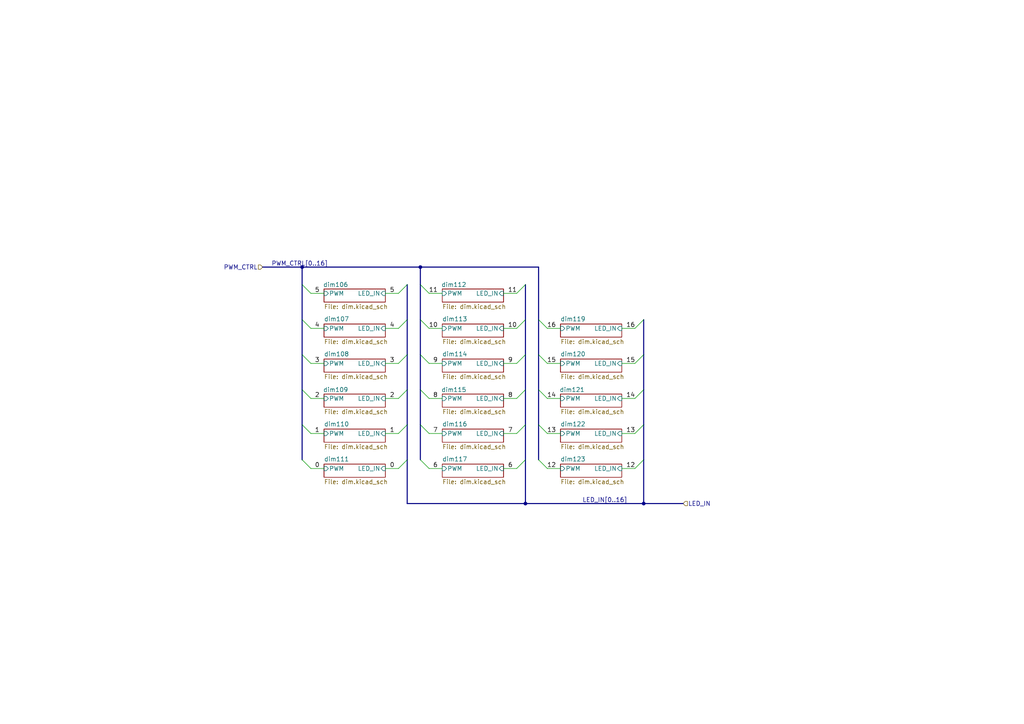
<source format=kicad_sch>
(kicad_sch
	(version 20231120)
	(generator "eeschema")
	(generator_version "8.0")
	(uuid "20ade9ab-c6eb-452e-aad2-8d655d2a8c3a")
	(paper "A4")
	(lib_symbols)
	(junction
		(at 87.63 77.47)
		(diameter 0)
		(color 0 0 0 0)
		(uuid "86ddb123-5b44-4035-a771-82abbce7e007")
	)
	(junction
		(at 186.69 146.05)
		(diameter 0)
		(color 0 0 0 0)
		(uuid "c83c63f4-2bac-4ab9-847d-90ff3713a8fb")
	)
	(junction
		(at 121.92 77.47)
		(diameter 0)
		(color 0 0 0 0)
		(uuid "d948d6c5-13cf-4732-ac0f-8b270bf9a0d9")
	)
	(junction
		(at 152.4 146.05)
		(diameter 0)
		(color 0 0 0 0)
		(uuid "de58625e-17aa-46a8-b95b-46d91fd91782")
	)
	(bus_entry
		(at 118.11 82.55)
		(size -2.54 2.54)
		(stroke
			(width 0)
			(type default)
		)
		(uuid "0057d7e0-3433-4f7a-a056-d059ce4b5b14")
	)
	(bus_entry
		(at 87.63 102.87)
		(size 2.54 2.54)
		(stroke
			(width 0)
			(type default)
		)
		(uuid "0cd9d2e2-1932-44c9-be5a-4c364ac8f02c")
	)
	(bus_entry
		(at 121.92 102.87)
		(size 2.54 2.54)
		(stroke
			(width 0)
			(type default)
		)
		(uuid "0d0d39b6-e8d7-47a8-ba32-8b380f533a7c")
	)
	(bus_entry
		(at 118.11 102.87)
		(size -2.54 2.54)
		(stroke
			(width 0)
			(type default)
		)
		(uuid "122cf2c0-e635-4d8a-87b1-f031aea20632")
	)
	(bus_entry
		(at 121.92 123.19)
		(size 2.54 2.54)
		(stroke
			(width 0)
			(type default)
		)
		(uuid "19c385a7-caff-46f8-a00b-c9fabd7fd286")
	)
	(bus_entry
		(at 87.63 82.55)
		(size 2.54 2.54)
		(stroke
			(width 0)
			(type default)
		)
		(uuid "1e735d8b-1469-435a-bef0-2be550442d33")
	)
	(bus_entry
		(at 156.21 113.03)
		(size 2.54 2.54)
		(stroke
			(width 0)
			(type default)
		)
		(uuid "2a7bb805-82f7-46d7-8892-8527262e0e8e")
	)
	(bus_entry
		(at 121.92 133.35)
		(size 2.54 2.54)
		(stroke
			(width 0)
			(type default)
		)
		(uuid "32116519-4cfd-483f-a5e3-ebd62045b83f")
	)
	(bus_entry
		(at 152.4 113.03)
		(size -2.54 2.54)
		(stroke
			(width 0)
			(type default)
		)
		(uuid "37023093-ac9c-4657-b3c4-c4b89c8cf6b0")
	)
	(bus_entry
		(at 118.11 133.35)
		(size -2.54 2.54)
		(stroke
			(width 0)
			(type default)
		)
		(uuid "440f2d63-6583-445c-ab41-3614c5f8476e")
	)
	(bus_entry
		(at 87.63 113.03)
		(size 2.54 2.54)
		(stroke
			(width 0)
			(type default)
		)
		(uuid "5202dd37-725d-467d-b09c-619e820f4cca")
	)
	(bus_entry
		(at 121.92 113.03)
		(size 2.54 2.54)
		(stroke
			(width 0)
			(type default)
		)
		(uuid "5897a781-21e1-4383-b8d8-a3dd1fd5d306")
	)
	(bus_entry
		(at 152.4 133.35)
		(size -2.54 2.54)
		(stroke
			(width 0)
			(type default)
		)
		(uuid "63d5cd58-a916-4089-8ea3-2bf62d92c769")
	)
	(bus_entry
		(at 156.21 102.87)
		(size 2.54 2.54)
		(stroke
			(width 0)
			(type default)
		)
		(uuid "6b2d53d5-eaa1-4a5b-b462-18deccb75931")
	)
	(bus_entry
		(at 87.63 133.35)
		(size 2.54 2.54)
		(stroke
			(width 0)
			(type default)
		)
		(uuid "7519d491-b6ba-4fcd-a28a-f3410ddfd0c3")
	)
	(bus_entry
		(at 118.11 92.71)
		(size -2.54 2.54)
		(stroke
			(width 0)
			(type default)
		)
		(uuid "7aa84e22-a21d-4f71-98f7-cd7fb99e95c9")
	)
	(bus_entry
		(at 186.69 113.03)
		(size -2.54 2.54)
		(stroke
			(width 0)
			(type default)
		)
		(uuid "7acd05ef-4866-4b9d-9cbe-042022e69e33")
	)
	(bus_entry
		(at 186.69 123.19)
		(size -2.54 2.54)
		(stroke
			(width 0)
			(type default)
		)
		(uuid "7bd2dd46-5977-4ab7-aaa4-f9b2cad57962")
	)
	(bus_entry
		(at 152.4 123.19)
		(size -2.54 2.54)
		(stroke
			(width 0)
			(type default)
		)
		(uuid "7d5b6640-d244-43ff-8cc4-f8cea17f0789")
	)
	(bus_entry
		(at 152.4 92.71)
		(size -2.54 2.54)
		(stroke
			(width 0)
			(type default)
		)
		(uuid "7e08bb09-13e2-4cd5-9566-e31b02b90bc9")
	)
	(bus_entry
		(at 152.4 82.55)
		(size -2.54 2.54)
		(stroke
			(width 0)
			(type default)
		)
		(uuid "804485d9-5a81-43a3-a838-2986bfd5dbf8")
	)
	(bus_entry
		(at 156.21 92.71)
		(size 2.54 2.54)
		(stroke
			(width 0)
			(type default)
		)
		(uuid "96208366-fc52-4c82-9d33-f76d104be1fd")
	)
	(bus_entry
		(at 156.21 123.19)
		(size 2.54 2.54)
		(stroke
			(width 0)
			(type default)
		)
		(uuid "9a2f4313-0969-4f32-8653-32236d6a4f47")
	)
	(bus_entry
		(at 186.69 102.87)
		(size -2.54 2.54)
		(stroke
			(width 0)
			(type default)
		)
		(uuid "a3ca3abe-d9a3-4681-a50d-17661f3e0eaf")
	)
	(bus_entry
		(at 121.92 92.71)
		(size 2.54 2.54)
		(stroke
			(width 0)
			(type default)
		)
		(uuid "a4f974ff-fba2-4bd3-8fb0-df49d11570a1")
	)
	(bus_entry
		(at 152.4 102.87)
		(size -2.54 2.54)
		(stroke
			(width 0)
			(type default)
		)
		(uuid "a574686c-c55e-4b0c-ab2a-5ba501798688")
	)
	(bus_entry
		(at 121.92 82.55)
		(size 2.54 2.54)
		(stroke
			(width 0)
			(type default)
		)
		(uuid "b14239ed-2b99-47ef-8245-fecb48ea0a23")
	)
	(bus_entry
		(at 118.11 113.03)
		(size -2.54 2.54)
		(stroke
			(width 0)
			(type default)
		)
		(uuid "b5b40e91-4efd-425b-b210-575513241ff9")
	)
	(bus_entry
		(at 87.63 123.19)
		(size 2.54 2.54)
		(stroke
			(width 0)
			(type default)
		)
		(uuid "b9bb5c79-4271-403d-bf73-0290e6067980")
	)
	(bus_entry
		(at 87.63 92.71)
		(size 2.54 2.54)
		(stroke
			(width 0)
			(type default)
		)
		(uuid "bc3c74d9-cf52-4ebf-bbb1-dbe2bd69aa25")
	)
	(bus_entry
		(at 186.69 92.71)
		(size -2.54 2.54)
		(stroke
			(width 0)
			(type default)
		)
		(uuid "bcb3d459-77c9-4671-8994-09e3867ce76b")
	)
	(bus_entry
		(at 186.69 133.35)
		(size -2.54 2.54)
		(stroke
			(width 0)
			(type default)
		)
		(uuid "bcc8290b-e2b3-4200-9274-f6e887d9b5a6")
	)
	(bus_entry
		(at 118.11 123.19)
		(size -2.54 2.54)
		(stroke
			(width 0)
			(type default)
		)
		(uuid "d7f45c76-421f-483b-b962-faf41521ab4d")
	)
	(bus_entry
		(at 156.21 133.35)
		(size 2.54 2.54)
		(stroke
			(width 0)
			(type default)
		)
		(uuid "fe3b5761-936d-4a05-942b-d131da5ae876")
	)
	(wire
		(pts
			(xy 180.34 125.73) (xy 184.15 125.73)
		)
		(stroke
			(width 0)
			(type default)
		)
		(uuid "011fe8c0-1dae-46dd-81bd-a96f4ff42026")
	)
	(bus
		(pts
			(xy 156.21 123.19) (xy 156.21 133.35)
		)
		(stroke
			(width 0)
			(type default)
		)
		(uuid "068d5d04-f8f2-44f3-8cf1-3ad90426af3f")
	)
	(bus
		(pts
			(xy 156.21 92.71) (xy 156.21 102.87)
		)
		(stroke
			(width 0)
			(type default)
		)
		(uuid "0724bc4a-4b91-4f9b-aef7-35cc64c55440")
	)
	(wire
		(pts
			(xy 180.34 95.25) (xy 184.15 95.25)
		)
		(stroke
			(width 0)
			(type default)
		)
		(uuid "084fe44b-1977-4faa-aa15-a5b950788784")
	)
	(bus
		(pts
			(xy 186.69 123.19) (xy 186.69 133.35)
		)
		(stroke
			(width 0)
			(type default)
		)
		(uuid "091b30bc-094d-422b-b9d3-18e09f5f6ed5")
	)
	(wire
		(pts
			(xy 93.98 85.09) (xy 90.17 85.09)
		)
		(stroke
			(width 0)
			(type default)
		)
		(uuid "0b5db122-e673-47a7-a7ef-08f80e196c59")
	)
	(bus
		(pts
			(xy 152.4 92.71) (xy 152.4 102.87)
		)
		(stroke
			(width 0)
			(type default)
		)
		(uuid "0ecf030c-ae4c-4e21-9d88-cacdb1fcb9fc")
	)
	(bus
		(pts
			(xy 186.69 102.87) (xy 186.69 113.03)
		)
		(stroke
			(width 0)
			(type default)
		)
		(uuid "0f7f74bf-6e71-4561-8976-05d12d212539")
	)
	(wire
		(pts
			(xy 146.05 85.09) (xy 149.86 85.09)
		)
		(stroke
			(width 0)
			(type default)
		)
		(uuid "160e01e8-cbc7-4b9b-99ff-a68542a0e5ad")
	)
	(bus
		(pts
			(xy 156.21 102.87) (xy 156.21 113.03)
		)
		(stroke
			(width 0)
			(type default)
		)
		(uuid "1788cd74-d0e4-4c70-928e-3c42b7bb6615")
	)
	(bus
		(pts
			(xy 198.12 146.05) (xy 186.69 146.05)
		)
		(stroke
			(width 0)
			(type default)
		)
		(uuid "19bc3809-0707-40fc-bf12-100fe61d525e")
	)
	(bus
		(pts
			(xy 118.11 102.87) (xy 118.11 113.03)
		)
		(stroke
			(width 0)
			(type default)
		)
		(uuid "20418750-a358-45cc-b263-a419c634bb70")
	)
	(bus
		(pts
			(xy 87.63 133.35) (xy 87.63 123.19)
		)
		(stroke
			(width 0)
			(type default)
		)
		(uuid "273b359f-805d-41bc-b2fe-49d7a145b173")
	)
	(bus
		(pts
			(xy 87.63 113.03) (xy 87.63 102.87)
		)
		(stroke
			(width 0)
			(type default)
		)
		(uuid "2c3b2fd6-d360-468a-91fb-9908b03bbfa3")
	)
	(wire
		(pts
			(xy 93.98 95.25) (xy 90.17 95.25)
		)
		(stroke
			(width 0)
			(type default)
		)
		(uuid "36a6030b-df01-4d6d-ba22-a32ccf3dc8d6")
	)
	(bus
		(pts
			(xy 121.92 77.47) (xy 121.92 82.55)
		)
		(stroke
			(width 0)
			(type default)
		)
		(uuid "3a2bdbd3-4ec3-4f41-a89d-ce0cb1f79115")
	)
	(bus
		(pts
			(xy 152.4 82.55) (xy 152.4 92.71)
		)
		(stroke
			(width 0)
			(type default)
		)
		(uuid "3d3e4c7f-e9fb-4067-bd00-c0b07e388ad8")
	)
	(wire
		(pts
			(xy 146.05 135.89) (xy 149.86 135.89)
		)
		(stroke
			(width 0)
			(type default)
		)
		(uuid "3df088d1-65a6-421a-a9fd-cb28f22523dc")
	)
	(wire
		(pts
			(xy 93.98 135.89) (xy 90.17 135.89)
		)
		(stroke
			(width 0)
			(type default)
		)
		(uuid "454ca6cf-8532-43bc-9a96-7e2169a3cd1e")
	)
	(bus
		(pts
			(xy 118.11 92.71) (xy 118.11 102.87)
		)
		(stroke
			(width 0)
			(type default)
		)
		(uuid "4920b822-7706-4df2-a6c6-1fc282b88a42")
	)
	(bus
		(pts
			(xy 152.4 102.87) (xy 152.4 113.03)
		)
		(stroke
			(width 0)
			(type default)
		)
		(uuid "49d2b448-b7d0-4779-a89d-ae282dc4be67")
	)
	(bus
		(pts
			(xy 118.11 146.05) (xy 118.11 133.35)
		)
		(stroke
			(width 0)
			(type default)
		)
		(uuid "4b59d805-7d74-4a72-860d-75acc61ad1be")
	)
	(bus
		(pts
			(xy 87.63 77.47) (xy 121.92 77.47)
		)
		(stroke
			(width 0)
			(type default)
		)
		(uuid "4d85036a-40d2-40b8-9a6a-366c06b28d3b")
	)
	(wire
		(pts
			(xy 180.34 105.41) (xy 184.15 105.41)
		)
		(stroke
			(width 0)
			(type default)
		)
		(uuid "4ec62f8f-829b-4812-b952-ba3a918816b8")
	)
	(bus
		(pts
			(xy 87.63 102.87) (xy 87.63 92.71)
		)
		(stroke
			(width 0)
			(type default)
		)
		(uuid "4f5a0acf-bdea-4b46-8b31-585d0e998c6f")
	)
	(bus
		(pts
			(xy 152.4 146.05) (xy 118.11 146.05)
		)
		(stroke
			(width 0)
			(type default)
		)
		(uuid "5958175f-0e81-4ecf-851c-60fa3861599b")
	)
	(wire
		(pts
			(xy 93.98 125.73) (xy 90.17 125.73)
		)
		(stroke
			(width 0)
			(type default)
		)
		(uuid "5fad5532-3e81-44c3-8e64-d144037efd38")
	)
	(wire
		(pts
			(xy 111.76 85.09) (xy 115.57 85.09)
		)
		(stroke
			(width 0)
			(type default)
		)
		(uuid "68715389-1ec3-4397-99e5-0d8da481b9f7")
	)
	(wire
		(pts
			(xy 128.27 95.25) (xy 124.46 95.25)
		)
		(stroke
			(width 0)
			(type default)
		)
		(uuid "69d2b289-343d-4c90-af62-972d1bec39c0")
	)
	(wire
		(pts
			(xy 93.98 105.41) (xy 90.17 105.41)
		)
		(stroke
			(width 0)
			(type default)
		)
		(uuid "6e98ad0a-317c-4722-8574-df4024957809")
	)
	(wire
		(pts
			(xy 146.05 105.41) (xy 149.86 105.41)
		)
		(stroke
			(width 0)
			(type default)
		)
		(uuid "72f752e8-feda-43a7-9960-7343df6ca6f2")
	)
	(wire
		(pts
			(xy 128.27 85.09) (xy 124.46 85.09)
		)
		(stroke
			(width 0)
			(type default)
		)
		(uuid "747c821c-be67-46d7-8b51-9d598d93e295")
	)
	(wire
		(pts
			(xy 128.27 115.57) (xy 124.46 115.57)
		)
		(stroke
			(width 0)
			(type default)
		)
		(uuid "7529505a-a292-4038-ab42-94207e13911d")
	)
	(bus
		(pts
			(xy 87.63 123.19) (xy 87.63 113.03)
		)
		(stroke
			(width 0)
			(type default)
		)
		(uuid "76acf583-0608-4600-8559-defe9e8fe2e3")
	)
	(bus
		(pts
			(xy 118.11 123.19) (xy 118.11 133.35)
		)
		(stroke
			(width 0)
			(type default)
		)
		(uuid "77d6600e-7c77-4d69-a6ec-e1d65e9f52d5")
	)
	(bus
		(pts
			(xy 87.63 92.71) (xy 87.63 82.55)
		)
		(stroke
			(width 0)
			(type default)
		)
		(uuid "7bfae12b-af3b-4ec9-b1ac-799469e08cf5")
	)
	(wire
		(pts
			(xy 146.05 125.73) (xy 149.86 125.73)
		)
		(stroke
			(width 0)
			(type default)
		)
		(uuid "7d379885-a486-468f-a587-08aaaf4a045f")
	)
	(bus
		(pts
			(xy 121.92 102.87) (xy 121.92 113.03)
		)
		(stroke
			(width 0)
			(type default)
		)
		(uuid "7f65882b-a06d-497a-94d9-75e28263a866")
	)
	(bus
		(pts
			(xy 118.11 82.55) (xy 118.11 92.71)
		)
		(stroke
			(width 0)
			(type default)
		)
		(uuid "842525ed-e542-4a09-a7c7-0a5a4bb23017")
	)
	(wire
		(pts
			(xy 162.56 115.57) (xy 158.75 115.57)
		)
		(stroke
			(width 0)
			(type default)
		)
		(uuid "85dac333-4cd0-44c7-aab8-6df083f64f6f")
	)
	(bus
		(pts
			(xy 186.69 113.03) (xy 186.69 123.19)
		)
		(stroke
			(width 0)
			(type default)
		)
		(uuid "85f918fb-c7f5-4ec9-83ab-145aa8d9c670")
	)
	(wire
		(pts
			(xy 180.34 135.89) (xy 184.15 135.89)
		)
		(stroke
			(width 0)
			(type default)
		)
		(uuid "87da7e7e-073e-4bf6-b61a-df04f268425c")
	)
	(wire
		(pts
			(xy 162.56 95.25) (xy 158.75 95.25)
		)
		(stroke
			(width 0)
			(type default)
		)
		(uuid "8f45f5b6-ac82-419c-9cd3-b7e363fab288")
	)
	(bus
		(pts
			(xy 87.63 77.47) (xy 87.63 82.55)
		)
		(stroke
			(width 0)
			(type default)
		)
		(uuid "90b9e715-49a3-4c75-a329-e4a68f7a12db")
	)
	(wire
		(pts
			(xy 162.56 125.73) (xy 158.75 125.73)
		)
		(stroke
			(width 0)
			(type default)
		)
		(uuid "922a255f-e584-43f0-a6ba-d73556c04779")
	)
	(bus
		(pts
			(xy 186.69 133.35) (xy 186.69 146.05)
		)
		(stroke
			(width 0)
			(type default)
		)
		(uuid "9556a63d-4b40-47a2-a9a7-b0ecdc7859df")
	)
	(bus
		(pts
			(xy 156.21 113.03) (xy 156.21 123.19)
		)
		(stroke
			(width 0)
			(type default)
		)
		(uuid "966e21fd-0824-4376-aa5b-7fc0258af942")
	)
	(bus
		(pts
			(xy 121.92 123.19) (xy 121.92 133.35)
		)
		(stroke
			(width 0)
			(type default)
		)
		(uuid "a4066279-2900-4db2-8535-db97d916bdc0")
	)
	(wire
		(pts
			(xy 111.76 125.73) (xy 115.57 125.73)
		)
		(stroke
			(width 0)
			(type default)
		)
		(uuid "a40b8672-c67d-4bc0-9338-6f3f594fe322")
	)
	(bus
		(pts
			(xy 186.69 92.71) (xy 186.69 102.87)
		)
		(stroke
			(width 0)
			(type default)
		)
		(uuid "a9faf855-d6b8-4fba-baf3-cb94c317281a")
	)
	(wire
		(pts
			(xy 146.05 95.25) (xy 149.86 95.25)
		)
		(stroke
			(width 0)
			(type default)
		)
		(uuid "aa0efcbe-44da-4dd4-9c0f-05f8c5b93117")
	)
	(bus
		(pts
			(xy 121.92 113.03) (xy 121.92 123.19)
		)
		(stroke
			(width 0)
			(type default)
		)
		(uuid "b0e2de91-8201-4352-b836-53cbf1e8e414")
	)
	(wire
		(pts
			(xy 146.05 115.57) (xy 149.86 115.57)
		)
		(stroke
			(width 0)
			(type default)
		)
		(uuid "b3b62911-7c2b-42fd-a3d5-54894bb43a7e")
	)
	(bus
		(pts
			(xy 76.2 77.47) (xy 87.63 77.47)
		)
		(stroke
			(width 0)
			(type default)
		)
		(uuid "b4ba5611-a514-49ab-9429-6f0ff4d7cbc8")
	)
	(bus
		(pts
			(xy 121.92 77.47) (xy 156.21 77.47)
		)
		(stroke
			(width 0)
			(type default)
		)
		(uuid "ba57d704-fb4f-41f0-b839-a48427a07977")
	)
	(bus
		(pts
			(xy 152.4 113.03) (xy 152.4 123.19)
		)
		(stroke
			(width 0)
			(type default)
		)
		(uuid "c61d5bdc-3b60-4b91-8dc5-369d21ea1078")
	)
	(wire
		(pts
			(xy 128.27 135.89) (xy 124.46 135.89)
		)
		(stroke
			(width 0)
			(type default)
		)
		(uuid "c7f6bddd-18c1-4ae5-89d1-0ea101255a44")
	)
	(bus
		(pts
			(xy 152.4 123.19) (xy 152.4 133.35)
		)
		(stroke
			(width 0)
			(type default)
		)
		(uuid "cfea7c54-52ce-4720-a39b-1d0be513bc82")
	)
	(wire
		(pts
			(xy 180.34 115.57) (xy 184.15 115.57)
		)
		(stroke
			(width 0)
			(type default)
		)
		(uuid "d0f9ad43-9465-4dbe-8e10-1c9fb78ade3d")
	)
	(wire
		(pts
			(xy 128.27 105.41) (xy 124.46 105.41)
		)
		(stroke
			(width 0)
			(type default)
		)
		(uuid "d1c987c3-444f-48a5-a070-1b8cd10b78e0")
	)
	(bus
		(pts
			(xy 152.4 133.35) (xy 152.4 146.05)
		)
		(stroke
			(width 0)
			(type default)
		)
		(uuid "d3cfa342-67a6-4bcb-9173-4069ad499c58")
	)
	(bus
		(pts
			(xy 121.92 92.71) (xy 121.92 102.87)
		)
		(stroke
			(width 0)
			(type default)
		)
		(uuid "d6501ae7-cd5b-457b-91d2-36c77fcb9b72")
	)
	(wire
		(pts
			(xy 162.56 135.89) (xy 158.75 135.89)
		)
		(stroke
			(width 0)
			(type default)
		)
		(uuid "d6ac6f40-091a-438f-99e8-c938c3c46954")
	)
	(bus
		(pts
			(xy 156.21 77.47) (xy 156.21 92.71)
		)
		(stroke
			(width 0)
			(type default)
		)
		(uuid "e1cd6b97-8c49-45cf-98d5-b32467498f50")
	)
	(wire
		(pts
			(xy 128.27 125.73) (xy 124.46 125.73)
		)
		(stroke
			(width 0)
			(type default)
		)
		(uuid "e3e2442d-1948-4365-88d4-3af4d1aa55e4")
	)
	(wire
		(pts
			(xy 111.76 115.57) (xy 115.57 115.57)
		)
		(stroke
			(width 0)
			(type default)
		)
		(uuid "e4a21142-55c4-4560-953c-617f1bfa9408")
	)
	(bus
		(pts
			(xy 121.92 82.55) (xy 121.92 92.71)
		)
		(stroke
			(width 0)
			(type default)
		)
		(uuid "e599e31d-f643-4c37-8034-c8b191f7d89a")
	)
	(wire
		(pts
			(xy 111.76 135.89) (xy 115.57 135.89)
		)
		(stroke
			(width 0)
			(type default)
		)
		(uuid "e87f34e9-4e25-407a-a5b5-6b610f5ba39e")
	)
	(wire
		(pts
			(xy 162.56 105.41) (xy 158.75 105.41)
		)
		(stroke
			(width 0)
			(type default)
		)
		(uuid "e925a0d9-1d7a-47d0-b216-034901e15c99")
	)
	(wire
		(pts
			(xy 111.76 105.41) (xy 115.57 105.41)
		)
		(stroke
			(width 0)
			(type default)
		)
		(uuid "ef8dd883-d38f-4469-8892-13dbb6f8eef3")
	)
	(bus
		(pts
			(xy 118.11 113.03) (xy 118.11 123.19)
		)
		(stroke
			(width 0)
			(type default)
		)
		(uuid "f0bac9a2-50c0-4af0-9b63-103509a3849a")
	)
	(bus
		(pts
			(xy 186.69 146.05) (xy 152.4 146.05)
		)
		(stroke
			(width 0)
			(type default)
		)
		(uuid "f2ac78fa-102c-4119-a4fa-22782bf01770")
	)
	(wire
		(pts
			(xy 93.98 115.57) (xy 90.17 115.57)
		)
		(stroke
			(width 0)
			(type default)
		)
		(uuid "f7fa83e3-bd52-4c64-bed1-a3964943df1d")
	)
	(wire
		(pts
			(xy 111.76 95.25) (xy 115.57 95.25)
		)
		(stroke
			(width 0)
			(type default)
		)
		(uuid "f9a31937-4492-4f1d-9074-861a599c9f30")
	)
	(label "8"
		(at 147.32 115.57 0)
		(fields_autoplaced yes)
		(effects
			(font
				(size 1.27 1.27)
			)
			(justify left bottom)
		)
		(uuid "03efc6c2-5c5f-4c6b-9b69-ff6ca43a10a1")
	)
	(label "6"
		(at 147.32 135.89 0)
		(fields_autoplaced yes)
		(effects
			(font
				(size 1.27 1.27)
			)
			(justify left bottom)
		)
		(uuid "092b95b6-29ef-4033-9f8a-3c938e78d8dc")
	)
	(label "16"
		(at 161.29 95.25 180)
		(fields_autoplaced yes)
		(effects
			(font
				(size 1.27 1.27)
			)
			(justify right bottom)
		)
		(uuid "1282626e-d071-4806-84ce-c45ec1ba3fd9")
	)
	(label "14"
		(at 181.61 115.57 0)
		(fields_autoplaced yes)
		(effects
			(font
				(size 1.27 1.27)
			)
			(justify left bottom)
		)
		(uuid "151d9a64-66f9-4dfc-a432-4e03b7f49473")
	)
	(label "0"
		(at 113.03 135.89 0)
		(fields_autoplaced yes)
		(effects
			(font
				(size 1.27 1.27)
			)
			(justify left bottom)
		)
		(uuid "249dd276-dabb-4a49-9509-64ea08f1cb00")
	)
	(label "7"
		(at 127 125.73 180)
		(fields_autoplaced yes)
		(effects
			(font
				(size 1.27 1.27)
			)
			(justify right bottom)
		)
		(uuid "270906f3-99ec-45af-92c2-a876293673ee")
	)
	(label "5"
		(at 92.71 85.09 180)
		(fields_autoplaced yes)
		(effects
			(font
				(size 1.27 1.27)
			)
			(justify right bottom)
		)
		(uuid "2c9e7c32-cdc1-4e42-9687-64a7fd98db1a")
	)
	(label "4"
		(at 113.03 95.25 0)
		(fields_autoplaced yes)
		(effects
			(font
				(size 1.27 1.27)
			)
			(justify left bottom)
		)
		(uuid "2cbd8463-9c54-45e8-bbe8-214d0c13044f")
	)
	(label "13"
		(at 161.29 125.73 180)
		(fields_autoplaced yes)
		(effects
			(font
				(size 1.27 1.27)
			)
			(justify right bottom)
		)
		(uuid "3b282785-0832-48c2-8c68-e800907c496e")
	)
	(label "7"
		(at 147.32 125.73 0)
		(fields_autoplaced yes)
		(effects
			(font
				(size 1.27 1.27)
			)
			(justify left bottom)
		)
		(uuid "3c428b1d-19ec-49d7-a610-4260831ba56a")
	)
	(label "3"
		(at 113.03 105.41 0)
		(fields_autoplaced yes)
		(effects
			(font
				(size 1.27 1.27)
			)
			(justify left bottom)
		)
		(uuid "41501274-638a-4947-9c84-682daee14234")
	)
	(label "16"
		(at 181.61 95.25 0)
		(fields_autoplaced yes)
		(effects
			(font
				(size 1.27 1.27)
			)
			(justify left bottom)
		)
		(uuid "4fc02a17-3c7d-4ba1-82ee-8675e816ae8b")
	)
	(label "9"
		(at 127 105.41 180)
		(fields_autoplaced yes)
		(effects
			(font
				(size 1.27 1.27)
			)
			(justify right bottom)
		)
		(uuid "5629af3a-2a05-49cf-9fda-417e3d520f81")
	)
	(label "11"
		(at 147.32 85.09 0)
		(fields_autoplaced yes)
		(effects
			(font
				(size 1.27 1.27)
			)
			(justify left bottom)
		)
		(uuid "571a483c-99a0-4146-ab92-1adb996a6ee5")
	)
	(label "12"
		(at 181.61 135.89 0)
		(fields_autoplaced yes)
		(effects
			(font
				(size 1.27 1.27)
			)
			(justify left bottom)
		)
		(uuid "5942ff89-7d9b-41c9-af64-07b186033bec")
	)
	(label "5"
		(at 113.03 85.09 0)
		(fields_autoplaced yes)
		(effects
			(font
				(size 1.27 1.27)
			)
			(justify left bottom)
		)
		(uuid "5f505c2c-3779-4866-9f18-f18141b050e5")
	)
	(label "1"
		(at 113.03 125.73 0)
		(fields_autoplaced yes)
		(effects
			(font
				(size 1.27 1.27)
			)
			(justify left bottom)
		)
		(uuid "61f0003b-8d7d-47c0-8fab-36f00b1d5eb8")
	)
	(label "3"
		(at 92.71 105.41 180)
		(fields_autoplaced yes)
		(effects
			(font
				(size 1.27 1.27)
			)
			(justify right bottom)
		)
		(uuid "650e885f-4ac7-4835-9384-2ddc4802aca4")
	)
	(label "12"
		(at 161.29 135.89 180)
		(fields_autoplaced yes)
		(effects
			(font
				(size 1.27 1.27)
			)
			(justify right bottom)
		)
		(uuid "6cb2cf8d-40c4-4aa4-a18e-3531bbfdec68")
	)
	(label "13"
		(at 181.61 125.73 0)
		(fields_autoplaced yes)
		(effects
			(font
				(size 1.27 1.27)
			)
			(justify left bottom)
		)
		(uuid "6dd8ab54-347f-4da3-9eb3-ef743e73f83e")
	)
	(label "1"
		(at 92.71 125.73 180)
		(fields_autoplaced yes)
		(effects
			(font
				(size 1.27 1.27)
			)
			(justify right bottom)
		)
		(uuid "6eeb52fd-1913-444c-9a33-4571270e8f62")
	)
	(label "0"
		(at 92.71 135.89 180)
		(fields_autoplaced yes)
		(effects
			(font
				(size 1.27 1.27)
			)
			(justify right bottom)
		)
		(uuid "6f71870d-0d57-4ea6-9357-77c472f52f9b")
	)
	(label "15"
		(at 161.29 105.41 180)
		(fields_autoplaced yes)
		(effects
			(font
				(size 1.27 1.27)
			)
			(justify right bottom)
		)
		(uuid "72e2959a-23ac-4c45-9501-edf9da6ed70e")
	)
	(label "15"
		(at 181.61 105.41 0)
		(fields_autoplaced yes)
		(effects
			(font
				(size 1.27 1.27)
			)
			(justify left bottom)
		)
		(uuid "7604e4ee-32ea-4f10-a6d0-3c24e2097c44")
	)
	(label "2"
		(at 113.03 115.57 0)
		(fields_autoplaced yes)
		(effects
			(font
				(size 1.27 1.27)
			)
			(justify left bottom)
		)
		(uuid "78035fc6-f882-4a68-bdd1-182a4d31ae06")
	)
	(label "14"
		(at 161.29 115.57 180)
		(fields_autoplaced yes)
		(effects
			(font
				(size 1.27 1.27)
			)
			(justify right bottom)
		)
		(uuid "7f61da02-8f14-4447-814d-1cd418d971ac")
	)
	(label "6"
		(at 127 135.89 180)
		(fields_autoplaced yes)
		(effects
			(font
				(size 1.27 1.27)
			)
			(justify right bottom)
		)
		(uuid "9cdb28d3-21b1-4632-9cff-d3135acc2742")
	)
	(label "LED_IN[0..16]"
		(at 168.91 146.05 0)
		(fields_autoplaced yes)
		(effects
			(font
				(size 1.27 1.27)
			)
			(justify left bottom)
		)
		(uuid "afa89c7b-821b-4bc4-8c1a-e4fdb02a78b2")
	)
	(label "9"
		(at 147.32 105.41 0)
		(fields_autoplaced yes)
		(effects
			(font
				(size 1.27 1.27)
			)
			(justify left bottom)
		)
		(uuid "b524cea9-5acc-4c2f-af4c-0f506d6215b7")
	)
	(label "PWM_CTRL[0..16]"
		(at 78.74 77.47 0)
		(fields_autoplaced yes)
		(effects
			(font
				(size 1.27 1.27)
			)
			(justify left bottom)
		)
		(uuid "bb5e5082-5bd2-4980-8284-be8e06e35255")
	)
	(label "8"
		(at 127 115.57 180)
		(fields_autoplaced yes)
		(effects
			(font
				(size 1.27 1.27)
			)
			(justify right bottom)
		)
		(uuid "c01ed185-ea88-48a5-856d-29250b372dea")
	)
	(label "4"
		(at 92.71 95.25 180)
		(fields_autoplaced yes)
		(effects
			(font
				(size 1.27 1.27)
			)
			(justify right bottom)
		)
		(uuid "d208fb56-e515-41ad-91dd-a8ec989a6e8d")
	)
	(label "2"
		(at 92.71 115.57 180)
		(fields_autoplaced yes)
		(effects
			(font
				(size 1.27 1.27)
			)
			(justify right bottom)
		)
		(uuid "d62f58ee-d440-4123-a9ce-b0ef979b0902")
	)
	(label "10"
		(at 147.32 95.25 0)
		(fields_autoplaced yes)
		(effects
			(font
				(size 1.27 1.27)
			)
			(justify left bottom)
		)
		(uuid "df4b63af-bf5e-4382-9cc8-de932429c84b")
	)
	(label "10"
		(at 127 95.25 180)
		(fields_autoplaced yes)
		(effects
			(font
				(size 1.27 1.27)
			)
			(justify right bottom)
		)
		(uuid "e7b08d0e-4c16-4d0c-9cce-e26ad7162d3d")
	)
	(label "11"
		(at 127 85.09 180)
		(fields_autoplaced yes)
		(effects
			(font
				(size 1.27 1.27)
			)
			(justify right bottom)
		)
		(uuid "fcc7830d-f75b-41d3-bbaf-f321bf1354e7")
	)
	(hierarchical_label "LED_IN"
		(shape input)
		(at 198.12 146.05 0)
		(fields_autoplaced yes)
		(effects
			(font
				(size 1.27 1.27)
			)
			(justify left)
		)
		(uuid "6c7d4168-beb9-4bf0-8d93-54a3cf7faa78")
	)
	(hierarchical_label "PWM_CTRL"
		(shape input)
		(at 76.2 77.47 180)
		(fields_autoplaced yes)
		(effects
			(font
				(size 1.27 1.27)
			)
			(justify right)
		)
		(uuid "e559838f-753d-4cd8-abae-43c95d55b24b")
	)
	(sheet
		(at 128.27 83.82)
		(size 17.78 3.81)
		(stroke
			(width 0.1524)
			(type solid)
		)
		(fill
			(color 0 0 0 0.0000)
		)
		(uuid "1511fdc8-9c91-444a-94e4-14a1a0a845a2")
		(property "Sheetname" "dim112"
			(at 128.016 83.312 0)
			(effects
				(font
					(size 1.27 1.27)
				)
				(justify left bottom)
			)
		)
		(property "Sheetfile" "dim.kicad_sch"
			(at 128.27 88.2146 0)
			(effects
				(font
					(size 1.27 1.27)
				)
				(justify left top)
			)
		)
		(pin "LED_IN" input
			(at 146.05 85.09 0)
			(effects
				(font
					(size 1.27 1.27)
				)
				(justify right)
			)
			(uuid "8d471c98-67fa-4d88-a3ea-345ca7c6b04c")
		)
		(pin "PWM" input
			(at 128.27 85.09 180)
			(effects
				(font
					(size 1.27 1.27)
				)
				(justify left)
			)
			(uuid "e2cfec4d-f7b7-4727-bcfa-3e059ab3d2e6")
		)
		(instances
			(project "home_auto"
				(path "/68de2dd7-8f08-479b-94c5-c7847794fd33/0646acc6-79c1-4e67-b684-df663024146f/f39a7f2f-d7a9-487f-aeee-7851342b97b4/41e93980-cbb1-4b1a-95e2-7c9a6108f07c"
					(page "36")
				)
			)
		)
	)
	(sheet
		(at 162.56 124.46)
		(size 17.78 3.81)
		(fields_autoplaced yes)
		(stroke
			(width 0.1524)
			(type solid)
		)
		(fill
			(color 0 0 0 0.0000)
		)
		(uuid "1e050ef4-c63c-49e7-bea2-d5dc255aa643")
		(property "Sheetname" "dim122"
			(at 162.56 123.7484 0)
			(effects
				(font
					(size 1.27 1.27)
				)
				(justify left bottom)
			)
		)
		(property "Sheetfile" "dim.kicad_sch"
			(at 162.56 128.8546 0)
			(effects
				(font
					(size 1.27 1.27)
				)
				(justify left top)
			)
		)
		(pin "LED_IN" input
			(at 180.34 125.73 0)
			(effects
				(font
					(size 1.27 1.27)
				)
				(justify right)
			)
			(uuid "f43bfe1d-aa19-42a5-ac57-d67a2c878d06")
		)
		(pin "PWM" input
			(at 162.56 125.73 180)
			(effects
				(font
					(size 1.27 1.27)
				)
				(justify left)
			)
			(uuid "a885216e-ee02-4f19-bc2d-36d8bde0028f")
		)
		(instances
			(project "home_auto"
				(path "/68de2dd7-8f08-479b-94c5-c7847794fd33/0646acc6-79c1-4e67-b684-df663024146f/f39a7f2f-d7a9-487f-aeee-7851342b97b4/41e93980-cbb1-4b1a-95e2-7c9a6108f07c"
					(page "46")
				)
			)
		)
	)
	(sheet
		(at 93.98 134.62)
		(size 17.78 3.81)
		(fields_autoplaced yes)
		(stroke
			(width 0.1524)
			(type solid)
		)
		(fill
			(color 0 0 0 0.0000)
		)
		(uuid "293628b3-eda0-4bb1-9807-44f671599253")
		(property "Sheetname" "dim111"
			(at 93.98 133.9084 0)
			(effects
				(font
					(size 1.27 1.27)
				)
				(justify left bottom)
			)
		)
		(property "Sheetfile" "dim.kicad_sch"
			(at 93.98 139.0146 0)
			(effects
				(font
					(size 1.27 1.27)
				)
				(justify left top)
			)
		)
		(pin "LED_IN" input
			(at 111.76 135.89 0)
			(effects
				(font
					(size 1.27 1.27)
				)
				(justify right)
			)
			(uuid "4343d682-0d25-4d9f-a55d-3f08bdb09cbd")
		)
		(pin "PWM" input
			(at 93.98 135.89 180)
			(effects
				(font
					(size 1.27 1.27)
				)
				(justify left)
			)
			(uuid "cf49d9b1-5499-4236-a183-1b6bf29ad882")
		)
		(instances
			(project "home_auto"
				(path "/68de2dd7-8f08-479b-94c5-c7847794fd33/0646acc6-79c1-4e67-b684-df663024146f/f39a7f2f-d7a9-487f-aeee-7851342b97b4/41e93980-cbb1-4b1a-95e2-7c9a6108f07c"
					(page "35")
				)
			)
		)
	)
	(sheet
		(at 162.56 93.98)
		(size 17.78 3.81)
		(fields_autoplaced yes)
		(stroke
			(width 0.1524)
			(type solid)
		)
		(fill
			(color 0 0 0 0.0000)
		)
		(uuid "3643b951-9032-441e-977c-b355294f0d96")
		(property "Sheetname" "dim119"
			(at 162.56 93.2684 0)
			(effects
				(font
					(size 1.27 1.27)
				)
				(justify left bottom)
			)
		)
		(property "Sheetfile" "dim.kicad_sch"
			(at 162.56 98.3746 0)
			(effects
				(font
					(size 1.27 1.27)
				)
				(justify left top)
			)
		)
		(pin "LED_IN" input
			(at 180.34 95.25 0)
			(effects
				(font
					(size 1.27 1.27)
				)
				(justify right)
			)
			(uuid "dbf7070e-bc70-4189-936c-013dee91e559")
		)
		(pin "PWM" input
			(at 162.56 95.25 180)
			(effects
				(font
					(size 1.27 1.27)
				)
				(justify left)
			)
			(uuid "0aa64447-402a-4eb5-9cf3-bec334c2fd6b")
		)
		(instances
			(project "home_auto"
				(path "/68de2dd7-8f08-479b-94c5-c7847794fd33/0646acc6-79c1-4e67-b684-df663024146f/f39a7f2f-d7a9-487f-aeee-7851342b97b4/41e93980-cbb1-4b1a-95e2-7c9a6108f07c"
					(page "43")
				)
			)
		)
	)
	(sheet
		(at 128.27 124.46)
		(size 17.78 3.81)
		(fields_autoplaced yes)
		(stroke
			(width 0.1524)
			(type solid)
		)
		(fill
			(color 0 0 0 0.0000)
		)
		(uuid "373ab085-8d86-4af5-969e-83f11008ab07")
		(property "Sheetname" "dim116"
			(at 128.27 123.7484 0)
			(effects
				(font
					(size 1.27 1.27)
				)
				(justify left bottom)
			)
		)
		(property "Sheetfile" "dim.kicad_sch"
			(at 128.27 128.8546 0)
			(effects
				(font
					(size 1.27 1.27)
				)
				(justify left top)
			)
		)
		(pin "LED_IN" input
			(at 146.05 125.73 0)
			(effects
				(font
					(size 1.27 1.27)
				)
				(justify right)
			)
			(uuid "0685f235-0635-46bd-a22c-a15c5e76f4bc")
		)
		(pin "PWM" input
			(at 128.27 125.73 180)
			(effects
				(font
					(size 1.27 1.27)
				)
				(justify left)
			)
			(uuid "52cd54aa-83c1-46aa-a837-9f1c7cd8b0ed")
		)
		(instances
			(project "home_auto"
				(path "/68de2dd7-8f08-479b-94c5-c7847794fd33/0646acc6-79c1-4e67-b684-df663024146f/f39a7f2f-d7a9-487f-aeee-7851342b97b4/41e93980-cbb1-4b1a-95e2-7c9a6108f07c"
					(page "40")
				)
			)
		)
	)
	(sheet
		(at 93.98 83.82)
		(size 17.78 3.81)
		(stroke
			(width 0.1524)
			(type solid)
		)
		(fill
			(color 0 0 0 0.0000)
		)
		(uuid "3c04ecfd-c7a6-4e2b-92d4-32975e68183f")
		(property "Sheetname" "dim106"
			(at 93.726 83.312 0)
			(effects
				(font
					(size 1.27 1.27)
				)
				(justify left bottom)
			)
		)
		(property "Sheetfile" "dim.kicad_sch"
			(at 93.98 88.2146 0)
			(effects
				(font
					(size 1.27 1.27)
				)
				(justify left top)
			)
		)
		(pin "LED_IN" input
			(at 111.76 85.09 0)
			(effects
				(font
					(size 1.27 1.27)
				)
				(justify right)
			)
			(uuid "f083ae69-e5b5-43b5-b97e-a59b7af6836a")
		)
		(pin "PWM" input
			(at 93.98 85.09 180)
			(effects
				(font
					(size 1.27 1.27)
				)
				(justify left)
			)
			(uuid "954306b5-f2aa-426f-be01-185bb1a977f2")
		)
		(instances
			(project "home_auto"
				(path "/68de2dd7-8f08-479b-94c5-c7847794fd33/0646acc6-79c1-4e67-b684-df663024146f/f39a7f2f-d7a9-487f-aeee-7851342b97b4/41e93980-cbb1-4b1a-95e2-7c9a6108f07c"
					(page "30")
				)
			)
		)
	)
	(sheet
		(at 162.56 134.62)
		(size 17.78 3.81)
		(fields_autoplaced yes)
		(stroke
			(width 0.1524)
			(type solid)
		)
		(fill
			(color 0 0 0 0.0000)
		)
		(uuid "4a370fce-8e73-45d8-9be2-2854b20a87f0")
		(property "Sheetname" "dim123"
			(at 162.56 133.9084 0)
			(effects
				(font
					(size 1.27 1.27)
				)
				(justify left bottom)
			)
		)
		(property "Sheetfile" "dim.kicad_sch"
			(at 162.56 139.0146 0)
			(effects
				(font
					(size 1.27 1.27)
				)
				(justify left top)
			)
		)
		(pin "LED_IN" input
			(at 180.34 135.89 0)
			(effects
				(font
					(size 1.27 1.27)
				)
				(justify right)
			)
			(uuid "19376c85-fef6-4bb1-96ff-803692916213")
		)
		(pin "PWM" input
			(at 162.56 135.89 180)
			(effects
				(font
					(size 1.27 1.27)
				)
				(justify left)
			)
			(uuid "467b674e-3d9e-47c3-bd56-d4aa040a1929")
		)
		(instances
			(project "home_auto"
				(path "/68de2dd7-8f08-479b-94c5-c7847794fd33/0646acc6-79c1-4e67-b684-df663024146f/f39a7f2f-d7a9-487f-aeee-7851342b97b4/41e93980-cbb1-4b1a-95e2-7c9a6108f07c"
					(page "47")
				)
			)
		)
	)
	(sheet
		(at 93.98 124.46)
		(size 17.78 3.81)
		(fields_autoplaced yes)
		(stroke
			(width 0.1524)
			(type solid)
		)
		(fill
			(color 0 0 0 0.0000)
		)
		(uuid "5e643d51-7882-4b8c-bbc7-3dfd6af9aae9")
		(property "Sheetname" "dim110"
			(at 93.98 123.7484 0)
			(effects
				(font
					(size 1.27 1.27)
				)
				(justify left bottom)
			)
		)
		(property "Sheetfile" "dim.kicad_sch"
			(at 93.98 128.8546 0)
			(effects
				(font
					(size 1.27 1.27)
				)
				(justify left top)
			)
		)
		(pin "LED_IN" input
			(at 111.76 125.73 0)
			(effects
				(font
					(size 1.27 1.27)
				)
				(justify right)
			)
			(uuid "abd931ad-b415-4d04-a4f7-2066959f2fef")
		)
		(pin "PWM" input
			(at 93.98 125.73 180)
			(effects
				(font
					(size 1.27 1.27)
				)
				(justify left)
			)
			(uuid "c73731da-3b4a-46a4-90ab-ebe0128a2e5b")
		)
		(instances
			(project "home_auto"
				(path "/68de2dd7-8f08-479b-94c5-c7847794fd33/0646acc6-79c1-4e67-b684-df663024146f/f39a7f2f-d7a9-487f-aeee-7851342b97b4/41e93980-cbb1-4b1a-95e2-7c9a6108f07c"
					(page "34")
				)
			)
		)
	)
	(sheet
		(at 93.98 114.3)
		(size 17.78 3.81)
		(stroke
			(width 0.1524)
			(type solid)
		)
		(fill
			(color 0 0 0 0.0000)
		)
		(uuid "772b67bc-adf6-40af-8b1d-7fc6191de232")
		(property "Sheetname" "dim109"
			(at 93.726 113.792 0)
			(effects
				(font
					(size 1.27 1.27)
				)
				(justify left bottom)
			)
		)
		(property "Sheetfile" "dim.kicad_sch"
			(at 93.98 118.6946 0)
			(effects
				(font
					(size 1.27 1.27)
				)
				(justify left top)
			)
		)
		(pin "LED_IN" input
			(at 111.76 115.57 0)
			(effects
				(font
					(size 1.27 1.27)
				)
				(justify right)
			)
			(uuid "220252f7-29a7-4a24-89e2-9e034cee7823")
		)
		(pin "PWM" input
			(at 93.98 115.57 180)
			(effects
				(font
					(size 1.27 1.27)
				)
				(justify left)
			)
			(uuid "32634a84-7cd0-4f7c-8928-65c0a2c61ea0")
		)
		(instances
			(project "home_auto"
				(path "/68de2dd7-8f08-479b-94c5-c7847794fd33/0646acc6-79c1-4e67-b684-df663024146f/f39a7f2f-d7a9-487f-aeee-7851342b97b4/41e93980-cbb1-4b1a-95e2-7c9a6108f07c"
					(page "33")
				)
			)
		)
	)
	(sheet
		(at 128.27 114.3)
		(size 17.78 3.81)
		(stroke
			(width 0.1524)
			(type solid)
		)
		(fill
			(color 0 0 0 0.0000)
		)
		(uuid "83258090-7822-4bd9-9d1a-e62e59600fcf")
		(property "Sheetname" "dim115"
			(at 128.016 113.792 0)
			(effects
				(font
					(size 1.27 1.27)
				)
				(justify left bottom)
			)
		)
		(property "Sheetfile" "dim.kicad_sch"
			(at 128.27 118.6946 0)
			(effects
				(font
					(size 1.27 1.27)
				)
				(justify left top)
			)
		)
		(pin "LED_IN" input
			(at 146.05 115.57 0)
			(effects
				(font
					(size 1.27 1.27)
				)
				(justify right)
			)
			(uuid "2390fe64-e794-4f16-b73a-32afdc412270")
		)
		(pin "PWM" input
			(at 128.27 115.57 180)
			(effects
				(font
					(size 1.27 1.27)
				)
				(justify left)
			)
			(uuid "d4ce7ee7-9813-4d38-bee2-b43f5bb07c94")
		)
		(instances
			(project "home_auto"
				(path "/68de2dd7-8f08-479b-94c5-c7847794fd33/0646acc6-79c1-4e67-b684-df663024146f/f39a7f2f-d7a9-487f-aeee-7851342b97b4/41e93980-cbb1-4b1a-95e2-7c9a6108f07c"
					(page "39")
				)
			)
		)
	)
	(sheet
		(at 162.56 104.14)
		(size 17.78 3.81)
		(fields_autoplaced yes)
		(stroke
			(width 0.1524)
			(type solid)
		)
		(fill
			(color 0 0 0 0.0000)
		)
		(uuid "90784932-978e-40c9-b86f-7ec2b56010fe")
		(property "Sheetname" "dim120"
			(at 162.56 103.4284 0)
			(effects
				(font
					(size 1.27 1.27)
				)
				(justify left bottom)
			)
		)
		(property "Sheetfile" "dim.kicad_sch"
			(at 162.56 108.5346 0)
			(effects
				(font
					(size 1.27 1.27)
				)
				(justify left top)
			)
		)
		(pin "LED_IN" input
			(at 180.34 105.41 0)
			(effects
				(font
					(size 1.27 1.27)
				)
				(justify right)
			)
			(uuid "74d58614-ebb4-49ba-a17f-358c15cbf293")
		)
		(pin "PWM" input
			(at 162.56 105.41 180)
			(effects
				(font
					(size 1.27 1.27)
				)
				(justify left)
			)
			(uuid "3ed36fba-fd2a-4ed0-9228-eff563cd5c00")
		)
		(instances
			(project "home_auto"
				(path "/68de2dd7-8f08-479b-94c5-c7847794fd33/0646acc6-79c1-4e67-b684-df663024146f/f39a7f2f-d7a9-487f-aeee-7851342b97b4/41e93980-cbb1-4b1a-95e2-7c9a6108f07c"
					(page "44")
				)
			)
		)
	)
	(sheet
		(at 128.27 134.62)
		(size 17.78 3.81)
		(fields_autoplaced yes)
		(stroke
			(width 0.1524)
			(type solid)
		)
		(fill
			(color 0 0 0 0.0000)
		)
		(uuid "9c003090-38c3-462b-9d9a-b6c07d0e2cc1")
		(property "Sheetname" "dim117"
			(at 128.27 133.9084 0)
			(effects
				(font
					(size 1.27 1.27)
				)
				(justify left bottom)
			)
		)
		(property "Sheetfile" "dim.kicad_sch"
			(at 128.27 139.0146 0)
			(effects
				(font
					(size 1.27 1.27)
				)
				(justify left top)
			)
		)
		(pin "LED_IN" input
			(at 146.05 135.89 0)
			(effects
				(font
					(size 1.27 1.27)
				)
				(justify right)
			)
			(uuid "67bf1170-62db-499c-90c2-bb425a678137")
		)
		(pin "PWM" input
			(at 128.27 135.89 180)
			(effects
				(font
					(size 1.27 1.27)
				)
				(justify left)
			)
			(uuid "6f8f9c4c-2bb2-4e5d-a8b1-589ed6ff3714")
		)
		(instances
			(project "home_auto"
				(path "/68de2dd7-8f08-479b-94c5-c7847794fd33/0646acc6-79c1-4e67-b684-df663024146f/f39a7f2f-d7a9-487f-aeee-7851342b97b4/41e93980-cbb1-4b1a-95e2-7c9a6108f07c"
					(page "41")
				)
			)
		)
	)
	(sheet
		(at 93.98 104.14)
		(size 17.78 3.81)
		(fields_autoplaced yes)
		(stroke
			(width 0.1524)
			(type solid)
		)
		(fill
			(color 0 0 0 0.0000)
		)
		(uuid "bc621b56-a031-4534-a507-6e37e46da536")
		(property "Sheetname" "dim108"
			(at 93.98 103.4284 0)
			(effects
				(font
					(size 1.27 1.27)
				)
				(justify left bottom)
			)
		)
		(property "Sheetfile" "dim.kicad_sch"
			(at 93.98 108.5346 0)
			(effects
				(font
					(size 1.27 1.27)
				)
				(justify left top)
			)
		)
		(pin "LED_IN" input
			(at 111.76 105.41 0)
			(effects
				(font
					(size 1.27 1.27)
				)
				(justify right)
			)
			(uuid "2d595304-12fa-48ef-93ef-834e9da6ae02")
		)
		(pin "PWM" input
			(at 93.98 105.41 180)
			(effects
				(font
					(size 1.27 1.27)
				)
				(justify left)
			)
			(uuid "4d7801b2-a7f3-4df8-b588-24d9a5a8475a")
		)
		(instances
			(project "home_auto"
				(path "/68de2dd7-8f08-479b-94c5-c7847794fd33/0646acc6-79c1-4e67-b684-df663024146f/f39a7f2f-d7a9-487f-aeee-7851342b97b4/41e93980-cbb1-4b1a-95e2-7c9a6108f07c"
					(page "32")
				)
			)
		)
	)
	(sheet
		(at 162.56 114.3)
		(size 17.78 3.81)
		(stroke
			(width 0.1524)
			(type solid)
		)
		(fill
			(color 0 0 0 0.0000)
		)
		(uuid "dabb1555-4067-485f-9492-ad3c04674864")
		(property "Sheetname" "dim121"
			(at 162.306 113.792 0)
			(effects
				(font
					(size 1.27 1.27)
				)
				(justify left bottom)
			)
		)
		(property "Sheetfile" "dim.kicad_sch"
			(at 162.56 118.6946 0)
			(effects
				(font
					(size 1.27 1.27)
				)
				(justify left top)
			)
		)
		(pin "LED_IN" input
			(at 180.34 115.57 0)
			(effects
				(font
					(size 1.27 1.27)
				)
				(justify right)
			)
			(uuid "995941d5-04e9-40e0-93ea-dc2952e088af")
		)
		(pin "PWM" input
			(at 162.56 115.57 180)
			(effects
				(font
					(size 1.27 1.27)
				)
				(justify left)
			)
			(uuid "e5b62a85-53ff-4b83-811c-cdd71c87ebf8")
		)
		(instances
			(project "home_auto"
				(path "/68de2dd7-8f08-479b-94c5-c7847794fd33/0646acc6-79c1-4e67-b684-df663024146f/f39a7f2f-d7a9-487f-aeee-7851342b97b4/41e93980-cbb1-4b1a-95e2-7c9a6108f07c"
					(page "45")
				)
			)
		)
	)
	(sheet
		(at 128.27 104.14)
		(size 17.78 3.81)
		(fields_autoplaced yes)
		(stroke
			(width 0.1524)
			(type solid)
		)
		(fill
			(color 0 0 0 0.0000)
		)
		(uuid "e178ad68-79ac-4417-bb4a-a0b38712466d")
		(property "Sheetname" "dim114"
			(at 128.27 103.4284 0)
			(effects
				(font
					(size 1.27 1.27)
				)
				(justify left bottom)
			)
		)
		(property "Sheetfile" "dim.kicad_sch"
			(at 128.27 108.5346 0)
			(effects
				(font
					(size 1.27 1.27)
				)
				(justify left top)
			)
		)
		(pin "LED_IN" input
			(at 146.05 105.41 0)
			(effects
				(font
					(size 1.27 1.27)
				)
				(justify right)
			)
			(uuid "99237efe-31c1-4677-8e63-6c983d38b875")
		)
		(pin "PWM" input
			(at 128.27 105.41 180)
			(effects
				(font
					(size 1.27 1.27)
				)
				(justify left)
			)
			(uuid "3b2a4acf-cbbc-4b3a-8b86-236b020d2b3c")
		)
		(instances
			(project "home_auto"
				(path "/68de2dd7-8f08-479b-94c5-c7847794fd33/0646acc6-79c1-4e67-b684-df663024146f/f39a7f2f-d7a9-487f-aeee-7851342b97b4/41e93980-cbb1-4b1a-95e2-7c9a6108f07c"
					(page "38")
				)
			)
		)
	)
	(sheet
		(at 93.98 93.98)
		(size 17.78 3.81)
		(fields_autoplaced yes)
		(stroke
			(width 0.1524)
			(type solid)
		)
		(fill
			(color 0 0 0 0.0000)
		)
		(uuid "e4f283d6-3fef-46ae-83b6-fb2ae4e4c339")
		(property "Sheetname" "dim107"
			(at 93.98 93.2684 0)
			(effects
				(font
					(size 1.27 1.27)
				)
				(justify left bottom)
			)
		)
		(property "Sheetfile" "dim.kicad_sch"
			(at 93.98 98.3746 0)
			(effects
				(font
					(size 1.27 1.27)
				)
				(justify left top)
			)
		)
		(pin "LED_IN" input
			(at 111.76 95.25 0)
			(effects
				(font
					(size 1.27 1.27)
				)
				(justify right)
			)
			(uuid "d13f032c-538d-4932-8988-c8c3f6f18e5d")
		)
		(pin "PWM" input
			(at 93.98 95.25 180)
			(effects
				(font
					(size 1.27 1.27)
				)
				(justify left)
			)
			(uuid "827740b9-0e76-4ba5-a12c-eafba90c95dc")
		)
		(instances
			(project "home_auto"
				(path "/68de2dd7-8f08-479b-94c5-c7847794fd33/0646acc6-79c1-4e67-b684-df663024146f/f39a7f2f-d7a9-487f-aeee-7851342b97b4/41e93980-cbb1-4b1a-95e2-7c9a6108f07c"
					(page "31")
				)
			)
		)
	)
	(sheet
		(at 128.27 93.98)
		(size 17.78 3.81)
		(fields_autoplaced yes)
		(stroke
			(width 0.1524)
			(type solid)
		)
		(fill
			(color 0 0 0 0.0000)
		)
		(uuid "eb5dce78-d11a-465b-abc5-5c2c19453b08")
		(property "Sheetname" "dim113"
			(at 128.27 93.2684 0)
			(effects
				(font
					(size 1.27 1.27)
				)
				(justify left bottom)
			)
		)
		(property "Sheetfile" "dim.kicad_sch"
			(at 128.27 98.3746 0)
			(effects
				(font
					(size 1.27 1.27)
				)
				(justify left top)
			)
		)
		(pin "LED_IN" input
			(at 146.05 95.25 0)
			(effects
				(font
					(size 1.27 1.27)
				)
				(justify right)
			)
			(uuid "8c9964a4-00dc-486a-bd31-fadc327874cb")
		)
		(pin "PWM" input
			(at 128.27 95.25 180)
			(effects
				(font
					(size 1.27 1.27)
				)
				(justify left)
			)
			(uuid "61abdec7-8a2c-421a-8dc9-9140b308785a")
		)
		(instances
			(project "home_auto"
				(path "/68de2dd7-8f08-479b-94c5-c7847794fd33/0646acc6-79c1-4e67-b684-df663024146f/f39a7f2f-d7a9-487f-aeee-7851342b97b4/41e93980-cbb1-4b1a-95e2-7c9a6108f07c"
					(page "37")
				)
			)
		)
	)
)

</source>
